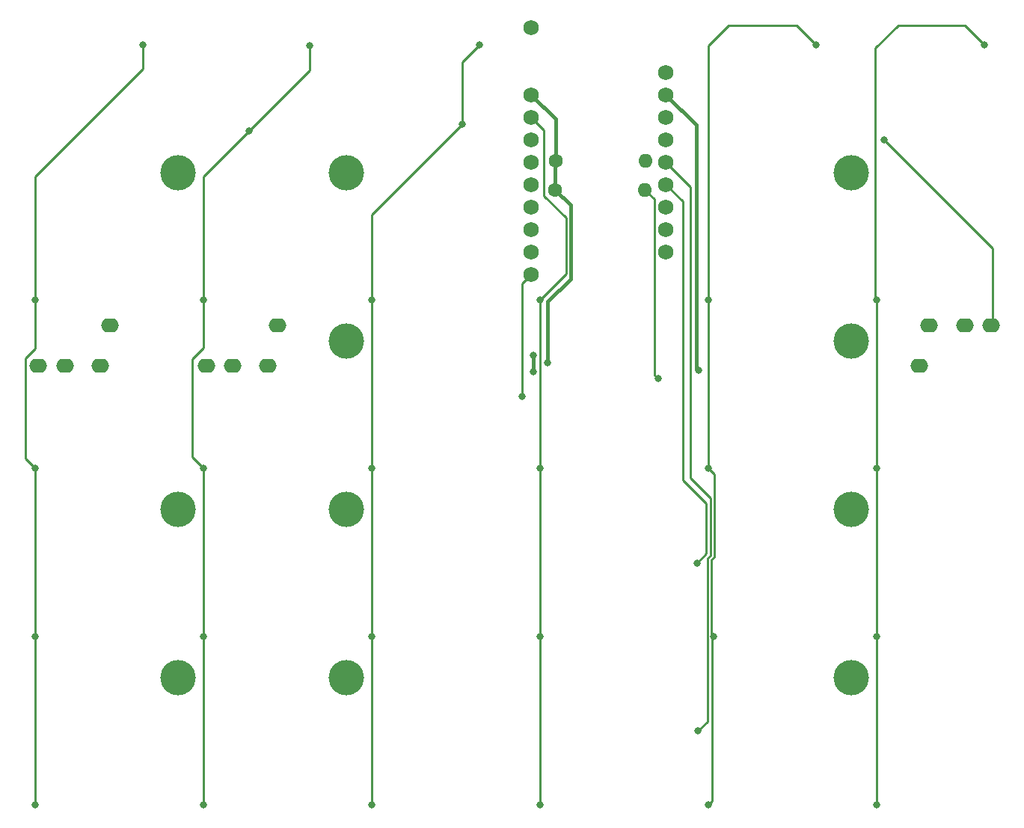
<source format=gtl>
%TF.GenerationSoftware,KiCad,Pcbnew,(5.1.10)-1*%
%TF.CreationDate,2022-04-05T14:22:13-05:00*%
%TF.ProjectId,graham cracker,67726168-616d-4206-9372-61636b65722e,rev?*%
%TF.SameCoordinates,Original*%
%TF.FileFunction,Copper,L1,Top*%
%TF.FilePolarity,Positive*%
%FSLAX46Y46*%
G04 Gerber Fmt 4.6, Leading zero omitted, Abs format (unit mm)*
G04 Created by KiCad (PCBNEW (5.1.10)-1) date 2022-04-05 14:22:13*
%MOMM*%
%LPD*%
G01*
G04 APERTURE LIST*
%TA.AperFunction,ComponentPad*%
%ADD10O,2.000000X1.600000*%
%TD*%
%TA.AperFunction,ComponentPad*%
%ADD11C,4.000000*%
%TD*%
%TA.AperFunction,ComponentPad*%
%ADD12C,1.752600*%
%TD*%
%TA.AperFunction,ComponentPad*%
%ADD13O,1.600000X1.600000*%
%TD*%
%TA.AperFunction,ComponentPad*%
%ADD14C,1.600000*%
%TD*%
%TA.AperFunction,ViaPad*%
%ADD15C,0.800000*%
%TD*%
%TA.AperFunction,Conductor*%
%ADD16C,0.250000*%
%TD*%
%TA.AperFunction,Conductor*%
%ADD17C,0.400000*%
%TD*%
G04 APERTURE END LIST*
D10*
X92350000Y-83500000D03*
X89350000Y-83500000D03*
X96350000Y-83500000D03*
X97450000Y-78900000D03*
D11*
X86175000Y-61575000D03*
X86175000Y-118725000D03*
X105225000Y-61575000D03*
X86175000Y-99675000D03*
X162375000Y-118725000D03*
X162375000Y-99675000D03*
X105225000Y-118725000D03*
X105225000Y-99675000D03*
X162375000Y-61575000D03*
X105225000Y-80625000D03*
X162375000Y-80625000D03*
D10*
X73350000Y-83500000D03*
X70350000Y-83500000D03*
X77350000Y-83500000D03*
X78450000Y-78900000D03*
D12*
X141395000Y-50260000D03*
X141395000Y-52800000D03*
X141395000Y-55340000D03*
X141395000Y-57880000D03*
X141395000Y-60420000D03*
X141395000Y-62960000D03*
X141395000Y-65500000D03*
X141395000Y-68040000D03*
X141395000Y-70580000D03*
X126155000Y-73120000D03*
X126155000Y-70580000D03*
X126155000Y-68040000D03*
X126155000Y-65500000D03*
X126155000Y-62960000D03*
X126155000Y-60420000D03*
X126155000Y-57880000D03*
X126155000Y-55340000D03*
X126155000Y-52800000D03*
X126155000Y-45180000D03*
D13*
X139045000Y-60300000D03*
D14*
X128885000Y-60300000D03*
D13*
X139035000Y-63550000D03*
D14*
X128875000Y-63550000D03*
D10*
X175200000Y-78900000D03*
X178200000Y-78900000D03*
X171200000Y-78900000D03*
X170100000Y-83500000D03*
D15*
X125149989Y-86950011D03*
X144899997Y-105799997D03*
X145000000Y-124800000D03*
X82200000Y-47100000D03*
X70000000Y-76000000D03*
X70000000Y-95050000D03*
X70000000Y-114100000D03*
X70000000Y-133150000D03*
X89050000Y-76000000D03*
X89050000Y-95050000D03*
X89050000Y-114100000D03*
X89050000Y-133150000D03*
X94245500Y-56845498D03*
X101089516Y-47260484D03*
X108100000Y-76000000D03*
X108100000Y-95050000D03*
X108100000Y-114100000D03*
X120300000Y-47100000D03*
X108100000Y-133150000D03*
X118342285Y-56124979D03*
X127150000Y-76000000D03*
X127150000Y-95050000D03*
X127150000Y-114100000D03*
X127150000Y-133150000D03*
X146200000Y-76000000D03*
X146200000Y-95050000D03*
X158400000Y-47100000D03*
X146200000Y-133150000D03*
X146800010Y-114074998D03*
X165250000Y-76000000D03*
X165250000Y-95050000D03*
X165250000Y-114100000D03*
X177450000Y-47100000D03*
X165250000Y-133150000D03*
X140500000Y-84924989D03*
X127999996Y-83100000D03*
X166100010Y-57900000D03*
X126374990Y-84124979D03*
X126400014Y-82299990D03*
X145118785Y-84000010D03*
D16*
X125149989Y-74125011D02*
X126155000Y-73120000D01*
X125149989Y-86950011D02*
X125149989Y-74125011D01*
X143302528Y-96402528D02*
X143302528Y-64867528D01*
X145950000Y-99050000D02*
X143302528Y-96402528D01*
X145950000Y-104749994D02*
X145950000Y-99050000D01*
X143302528Y-64867528D02*
X141395000Y-62960000D01*
X144899997Y-105799997D02*
X145950000Y-104749994D01*
X145000000Y-124800000D02*
X145000000Y-124800000D01*
X144200000Y-63225000D02*
X141395000Y-60420000D01*
X144200000Y-96200000D02*
X144200000Y-63225000D01*
X146450011Y-98450011D02*
X144200000Y-96200000D01*
X146075000Y-123725000D02*
X146075000Y-105261404D01*
X145000000Y-124800000D02*
X146075000Y-123725000D01*
X146075000Y-105261404D02*
X146450011Y-104886393D01*
X146450011Y-104886393D02*
X146450011Y-98450011D01*
X70000000Y-76000000D02*
X70000000Y-76000000D01*
X70000000Y-95050000D02*
X70000000Y-114100000D01*
X70000000Y-114100000D02*
X70000000Y-133150000D01*
X82200000Y-49840998D02*
X82200000Y-47100000D01*
X70000000Y-62040998D02*
X82200000Y-49840998D01*
X70000000Y-76000000D02*
X70000000Y-62040998D01*
X68900000Y-82600000D02*
X68900000Y-93950000D01*
X70000000Y-81500000D02*
X68900000Y-82600000D01*
X68900000Y-93950000D02*
X70000000Y-95050000D01*
X70000000Y-76000000D02*
X70000000Y-81500000D01*
X89050000Y-81450000D02*
X89050000Y-76000000D01*
X87800000Y-82700000D02*
X89050000Y-81450000D01*
X87800000Y-93800000D02*
X87800000Y-82700000D01*
X89050000Y-95050000D02*
X87800000Y-93800000D01*
X89050000Y-76000000D02*
X89050000Y-62040998D01*
X89050000Y-62040998D02*
X94245500Y-56845498D01*
X94245500Y-56845498D02*
X101089516Y-50001482D01*
X101089516Y-50001482D02*
X101089516Y-47260484D01*
X89050000Y-133150000D02*
X89050000Y-114100000D01*
X89050000Y-114100000D02*
X89050000Y-95050000D01*
X108100000Y-76000000D02*
X108100000Y-95050000D01*
X108100000Y-95050000D02*
X108100000Y-114100000D01*
X108100000Y-114100000D02*
X108100000Y-133150000D01*
X118342285Y-49057715D02*
X118342285Y-56124979D01*
X120300000Y-47100000D02*
X118342285Y-49057715D01*
X108100000Y-66367264D02*
X118342285Y-56124979D01*
X108100000Y-76000000D02*
X108100000Y-66367264D01*
X127150000Y-133150000D02*
X127150000Y-114100000D01*
X127150000Y-114100000D02*
X127150000Y-95050000D01*
X127150000Y-82876998D02*
X127150000Y-76000000D01*
X127150000Y-95050000D02*
X127150000Y-82876998D01*
X127600000Y-56785000D02*
X126155000Y-55340000D01*
X127600000Y-64200000D02*
X127600000Y-56785000D01*
X130074989Y-66674989D02*
X127600000Y-64200000D01*
X130074989Y-73075011D02*
X130074989Y-66674989D01*
X127150000Y-76000000D02*
X130074989Y-73075011D01*
X146200000Y-76000000D02*
X146200000Y-95050000D01*
X156200000Y-44900000D02*
X158400000Y-47100000D01*
X148500000Y-44900000D02*
X156200000Y-44900000D01*
X146200000Y-47200000D02*
X148500000Y-44900000D01*
X146200000Y-76000000D02*
X146200000Y-47200000D01*
X146525011Y-113799999D02*
X146800010Y-114074998D01*
X146525011Y-105447804D02*
X146525011Y-113799999D01*
X146575000Y-132775000D02*
X146575000Y-114300008D01*
X146200000Y-95050000D02*
X146900022Y-95750022D01*
X146200000Y-133150000D02*
X146575000Y-132775000D01*
X146900022Y-95750022D02*
X146900022Y-105072793D01*
X146900022Y-105072793D02*
X146525011Y-105447804D01*
X146575000Y-114300008D02*
X146800010Y-114074998D01*
X165250000Y-133150000D02*
X165250000Y-114100000D01*
X165250000Y-114100000D02*
X165250000Y-95050000D01*
X165250000Y-95050000D02*
X165250000Y-76000000D01*
X165100000Y-75850000D02*
X165250000Y-76000000D01*
X165100000Y-47500000D02*
X165100000Y-75850000D01*
X167700000Y-44900000D02*
X165100000Y-47500000D01*
X175250000Y-44900000D02*
X167700000Y-44900000D01*
X177450000Y-47100000D02*
X175250000Y-44900000D01*
X139035000Y-63550000D02*
X140100000Y-64615000D01*
X140100000Y-64615000D02*
X140100001Y-84524990D01*
X140100001Y-84524990D02*
X140500000Y-84924989D01*
X128875000Y-60310000D02*
X128885000Y-60300000D01*
D17*
X128875000Y-63550000D02*
X128875000Y-60310000D01*
X128885000Y-55530000D02*
X126155000Y-52800000D01*
X128885000Y-60300000D02*
X128885000Y-55530000D01*
X127999996Y-76200004D02*
X127999996Y-83100000D01*
X130600000Y-65275000D02*
X130600000Y-73600000D01*
X130600000Y-73600000D02*
X127999996Y-76200004D01*
X128875000Y-63550000D02*
X130600000Y-65275000D01*
D16*
X178400000Y-70199990D02*
X166100010Y-57900000D01*
X178400000Y-78700000D02*
X178400000Y-70199990D01*
X178200000Y-78900000D02*
X178400000Y-78700000D01*
D17*
X126374990Y-84124979D02*
X126374990Y-82325014D01*
D16*
X126374990Y-82325014D02*
X126400014Y-82299990D01*
D17*
X144800000Y-83681225D02*
X145118785Y-84000010D01*
X144800000Y-56205000D02*
X144800000Y-83681225D01*
X141395000Y-52800000D02*
X144800000Y-56205000D01*
M02*

</source>
